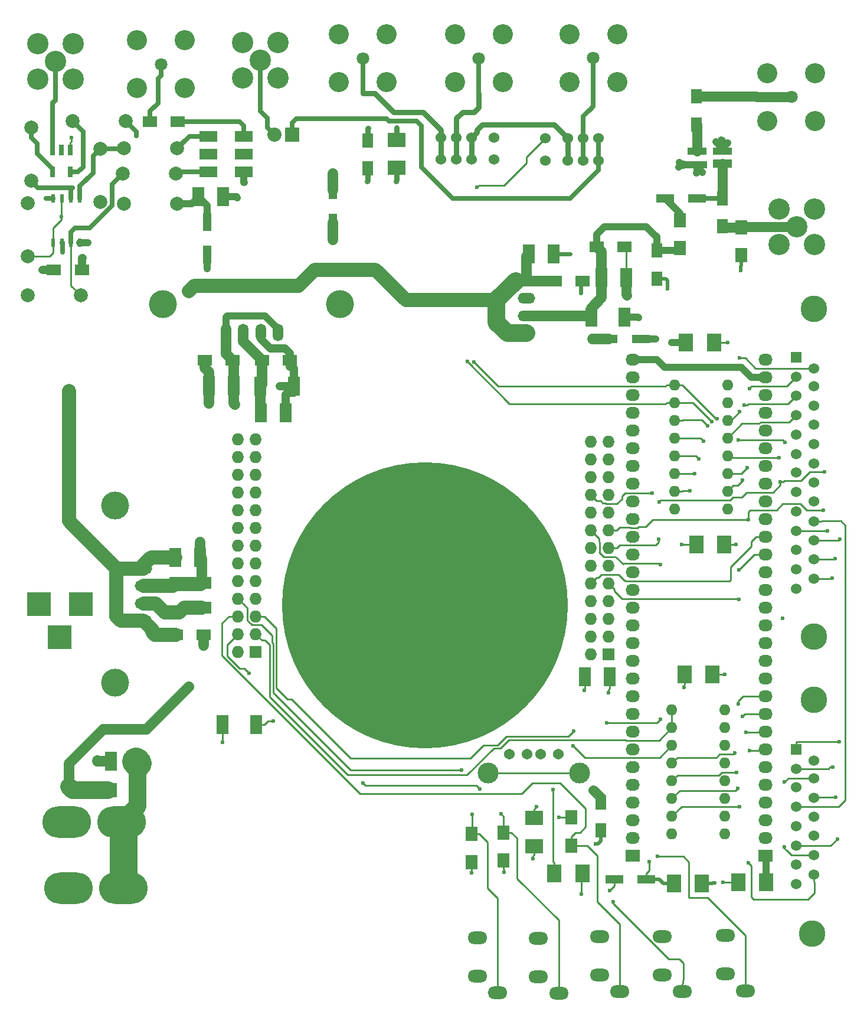
<source format=gbr>
G04 #@! TF.FileFunction,Copper,L1,Top,Signal*
%FSLAX46Y46*%
G04 Gerber Fmt 4.6, Leading zero omitted, Abs format (unit mm)*
G04 Created by KiCad (PCBNEW 4.0.1-3.201512221401+6198~38~ubuntu15.10.1-stable) date Mon 22 Aug 2016 05:07:10 AM PDT*
%MOMM*%
G01*
G04 APERTURE LIST*
%ADD10C,0.100000*%
%ADD11C,1.998980*%
%ADD12R,1.198880X2.598420*%
%ADD13R,1.198880X2.600960*%
%ADD14R,1.727200X1.727200*%
%ADD15O,1.727200X1.727200*%
%ADD16R,1.778000X2.794000*%
%ADD17O,2.499360X1.501140*%
%ADD18R,1.800860X2.700020*%
%ADD19R,2.000000X1.600000*%
%ADD20R,1.700000X2.000000*%
%ADD21R,1.600000X2.000000*%
%ADD22C,1.524000*%
%ADD23R,2.000000X2.500000*%
%ADD24R,2.598420X1.198880*%
%ADD25R,2.600960X1.198880*%
%ADD26C,1.800000*%
%ADD27C,2.880000*%
%ADD28R,2.799080X1.198880*%
%ADD29R,2.799080X1.000760*%
%ADD30C,3.048000*%
%ADD31R,2.500000X2.000000*%
%ADD32R,2.032000X2.032000*%
%ADD33O,2.032000X2.032000*%
%ADD34R,2.540000X1.650000*%
%ADD35C,4.000000*%
%ADD36O,7.000000X4.500000*%
%ADD37O,1.501140X2.499360*%
%ADD38C,41.000000*%
%ADD39C,1.540000*%
%ADD40C,3.000000*%
%ADD41O,1.600000X1.600000*%
%ADD42R,2.794000X1.778000*%
%ADD43R,2.032000X1.727200*%
%ADD44O,2.032000X1.727200*%
%ADD45C,3.810000*%
%ADD46R,1.524000X1.524000*%
%ADD47O,2.800000X1.800000*%
%ADD48R,3.500120X3.500120*%
%ADD49R,2.651760X2.029460*%
%ADD50R,0.760000X1.650000*%
%ADD51R,0.508000X1.143000*%
%ADD52C,0.600000*%
%ADD53C,0.500000*%
%ADD54C,1.420000*%
%ADD55C,0.250000*%
%ADD56C,1.200000*%
%ADD57C,1.500000*%
%ADD58C,0.700000*%
%ADD59C,1.000000*%
%ADD60C,2.000000*%
%ADD61C,0.400000*%
%ADD62C,0.600000*%
%ADD63C,0.780000*%
%ADD64C,2.500000*%
%ADD65C,4.000000*%
G04 APERTURE END LIST*
D10*
D11*
X62150000Y-46265000D03*
X69770000Y-46265000D03*
D12*
X74070000Y-56872520D03*
D13*
X74070000Y-61475000D03*
D14*
X81017900Y-118459700D03*
D15*
X78477900Y-118459700D03*
X81017900Y-115919700D03*
X78477900Y-115919700D03*
X81017900Y-113379700D03*
X78477900Y-113379700D03*
X81017900Y-110839700D03*
X78477900Y-110839700D03*
X81017900Y-108299700D03*
X78477900Y-108299700D03*
X81017900Y-105759700D03*
X78477900Y-105759700D03*
X81017900Y-103219700D03*
X78477900Y-103219700D03*
X81017900Y-100679700D03*
X78477900Y-100679700D03*
X81017900Y-98139700D03*
X78477900Y-98139700D03*
X81017900Y-95599700D03*
X78477900Y-95599700D03*
X81017900Y-93059700D03*
X78477900Y-93059700D03*
X81017900Y-90519700D03*
X78477900Y-90519700D03*
X81017900Y-87979700D03*
X78477900Y-87979700D03*
D14*
X131612160Y-118838160D03*
D15*
X129072160Y-118838160D03*
X131612160Y-116298160D03*
X129072160Y-116298160D03*
X131612160Y-113758160D03*
X129072160Y-113758160D03*
X131612160Y-111218160D03*
X129072160Y-111218160D03*
X131612160Y-108678160D03*
X129072160Y-108678160D03*
X131612160Y-106138160D03*
X129072160Y-106138160D03*
X131612160Y-103598160D03*
X129072160Y-103598160D03*
X131612160Y-101058160D03*
X129072160Y-101058160D03*
X131612160Y-98518160D03*
X129072160Y-98518160D03*
X131612160Y-95978160D03*
X129072160Y-95978160D03*
X131612160Y-93438160D03*
X129072160Y-93438160D03*
X131612160Y-90898160D03*
X129072160Y-90898160D03*
X131612160Y-88358160D03*
X129072160Y-88358160D03*
D16*
X120205000Y-61400000D03*
X123761000Y-61400000D03*
D17*
X119855000Y-70275000D03*
X119855000Y-72775000D03*
X119855000Y-67775000D03*
X119855000Y-65275000D03*
D18*
X129129400Y-70450000D03*
X133930000Y-70450000D03*
D19*
X123880000Y-65300000D03*
X127880000Y-65300000D03*
D20*
X141855000Y-60590000D03*
X141855000Y-56590000D03*
D19*
X129930000Y-60400000D03*
X133930000Y-60400000D03*
D16*
X130599000Y-64775000D03*
X134155000Y-64775000D03*
D21*
X138535000Y-60930000D03*
X138535000Y-64930000D03*
D22*
X115200000Y-44705000D03*
X112000000Y-44705000D03*
X109800000Y-44705000D03*
X107600000Y-44705000D03*
X115200000Y-47905000D03*
X112000000Y-47905000D03*
X109800000Y-47905000D03*
X107600000Y-47905000D03*
D23*
X142740000Y-74115000D03*
X146740000Y-74115000D03*
D24*
X139722520Y-53455000D03*
D25*
X144325000Y-53455000D03*
D26*
X113005000Y-33385000D03*
D27*
X116435000Y-36815000D03*
X109575000Y-36815000D03*
X109575000Y-29955000D03*
X116435000Y-29955000D03*
D28*
X147925000Y-48424580D03*
D29*
X147925000Y-46705000D03*
X144323280Y-46705000D03*
D10*
G36*
X145722820Y-49105300D02*
X142923740Y-49105300D01*
X142923740Y-48104540D01*
X145722820Y-48104540D01*
X145722820Y-49105300D01*
X145722820Y-49105300D01*
G37*
D26*
X129450000Y-33330000D03*
D27*
X132880000Y-36760000D03*
X126020000Y-36760000D03*
X126020000Y-29900000D03*
X132880000Y-29900000D03*
D22*
X122550000Y-48005000D03*
X125750000Y-48005000D03*
X127950000Y-48005000D03*
X130150000Y-48005000D03*
X122550000Y-44805000D03*
X125750000Y-44805000D03*
X127950000Y-44805000D03*
X130150000Y-44805000D03*
D21*
X147925000Y-53455000D03*
X147925000Y-57455000D03*
D30*
X158626227Y-57543329D03*
X161166227Y-55003329D03*
X161166227Y-60083329D03*
X156086227Y-60083329D03*
X156086227Y-55003329D03*
D20*
X150650000Y-57580000D03*
X150650000Y-61580000D03*
D26*
X157861600Y-38929680D03*
D27*
X154431600Y-42359680D03*
X154431600Y-35499680D03*
X161291600Y-35499680D03*
X161291600Y-42359680D03*
D21*
X144275000Y-38830000D03*
X144275000Y-42830000D03*
D31*
X101250000Y-45055000D03*
X101250000Y-49055000D03*
D24*
X131635000Y-73645000D03*
D25*
X136237480Y-73645000D03*
D12*
X92060000Y-52297520D03*
D13*
X92060000Y-56900000D03*
D26*
X96375000Y-33365000D03*
D27*
X99805000Y-36795000D03*
X92945000Y-36795000D03*
X92945000Y-29935000D03*
X99805000Y-29935000D03*
D21*
X97100000Y-45155000D03*
X97100000Y-49155000D03*
D30*
X81685000Y-33625000D03*
X79145000Y-31085000D03*
X84225000Y-31085000D03*
X84225000Y-36165000D03*
X79145000Y-36165000D03*
D32*
X86245000Y-44330000D03*
D33*
X83705000Y-44330000D03*
D26*
X67410000Y-34230000D03*
D27*
X70840000Y-37660000D03*
X63980000Y-37660000D03*
X63980000Y-30800000D03*
X70840000Y-30800000D03*
D19*
X65840000Y-42455000D03*
X69840000Y-42455000D03*
D16*
X72795000Y-53235000D03*
X76351000Y-53235000D03*
D19*
X56075000Y-63680000D03*
X52075000Y-63680000D03*
D34*
X74205000Y-44560000D03*
X79285000Y-44560000D03*
X74205000Y-47100000D03*
X74205000Y-49640000D03*
X79285000Y-49640000D03*
X79285000Y-47100000D03*
D11*
X69720000Y-54210000D03*
X62100000Y-54210000D03*
X69575000Y-49895000D03*
X61955000Y-49895000D03*
D19*
X69545000Y-115990000D03*
X73545000Y-115990000D03*
D35*
X60880000Y-97450000D03*
X60880000Y-122850000D03*
D16*
X69510000Y-104915000D03*
X73066000Y-104915000D03*
D17*
X64925000Y-111520000D03*
X64925000Y-114020000D03*
X64925000Y-109020000D03*
X64925000Y-106520000D03*
D18*
X81684400Y-80400000D03*
X86485000Y-80400000D03*
D36*
X54140000Y-152325000D03*
X62040000Y-152325000D03*
D16*
X81759000Y-84150000D03*
X85315000Y-84150000D03*
X77870000Y-80300000D03*
X74314000Y-80300000D03*
D35*
X67675000Y-68590000D03*
X93075000Y-68590000D03*
D36*
X53880000Y-142835000D03*
X61780000Y-142835000D03*
D22*
X71415000Y-66755000D03*
X71415000Y-123455000D03*
D16*
X131766000Y-122065000D03*
X128210000Y-122065000D03*
D21*
X69405000Y-112780000D03*
X69405000Y-108780000D03*
D37*
X79240000Y-72705000D03*
X76740000Y-72705000D03*
X81740000Y-72705000D03*
X84240000Y-72705000D03*
D20*
X116585000Y-148345000D03*
X116585000Y-144345000D03*
X111990000Y-148585000D03*
X111990000Y-144585000D03*
D38*
X105250000Y-111805000D03*
D39*
X119900000Y-133105000D03*
X121900000Y-133105000D03*
X117400000Y-133105000D03*
X124400000Y-133105000D03*
D40*
X114330000Y-135815000D03*
X127470000Y-135815000D03*
D19*
X77670000Y-76655000D03*
X73670000Y-76655000D03*
X81925000Y-76655000D03*
X85925000Y-76655000D03*
D21*
X130490000Y-144050000D03*
X130490000Y-140050000D03*
D23*
X123865000Y-150210000D03*
X127865000Y-150210000D03*
D41*
X140700000Y-126800000D03*
X140700000Y-129340000D03*
X140700000Y-131880000D03*
X140700000Y-134420000D03*
X140700000Y-136960000D03*
X140700000Y-139500000D03*
X140700000Y-142040000D03*
X140700000Y-144580000D03*
X148320000Y-144580000D03*
X148320000Y-142040000D03*
X148320000Y-139500000D03*
X148320000Y-136960000D03*
X148320000Y-134420000D03*
X148320000Y-131880000D03*
X148320000Y-129340000D03*
X148320000Y-126800000D03*
D20*
X126270000Y-142225000D03*
X126270000Y-146225000D03*
D42*
X73265000Y-112155000D03*
X73265000Y-108599000D03*
D23*
X154230000Y-151510000D03*
X150230000Y-151510000D03*
X146520000Y-121670000D03*
X142520000Y-121670000D03*
X141010000Y-151640000D03*
X145010000Y-151640000D03*
X148220000Y-103090000D03*
X144220000Y-103090000D03*
D43*
X154100000Y-147680000D03*
D44*
X154100000Y-145140000D03*
X154100000Y-142600000D03*
X154100000Y-140060000D03*
X154100000Y-137520000D03*
X154100000Y-134980000D03*
X154100000Y-132440000D03*
X154100000Y-129900000D03*
X154100000Y-127360000D03*
X154100000Y-124820000D03*
X154100000Y-122280000D03*
X154100000Y-119740000D03*
X154100000Y-117200000D03*
X154100000Y-114660000D03*
X154100000Y-112120000D03*
X154100000Y-109580000D03*
X154100000Y-107040000D03*
X154100000Y-104500000D03*
X154100000Y-101960000D03*
X154100000Y-99420000D03*
X154100000Y-96880000D03*
X154100000Y-94340000D03*
X154100000Y-91800000D03*
X154100000Y-89260000D03*
X154100000Y-86720000D03*
X154100000Y-84180000D03*
X154100000Y-81640000D03*
X154100000Y-79100000D03*
X154100000Y-76560000D03*
D43*
X135050000Y-147680000D03*
D44*
X135050000Y-145140000D03*
X135050000Y-142600000D03*
X135050000Y-140060000D03*
X135050000Y-137520000D03*
X135050000Y-134980000D03*
X135050000Y-132440000D03*
X135050000Y-129900000D03*
X135050000Y-127360000D03*
X135050000Y-124820000D03*
X135050000Y-122280000D03*
X135050000Y-119740000D03*
X135050000Y-117200000D03*
X135050000Y-114660000D03*
X135050000Y-112120000D03*
X135050000Y-109580000D03*
X135050000Y-107040000D03*
X135050000Y-104500000D03*
X135050000Y-101960000D03*
X135050000Y-99420000D03*
X135050000Y-96880000D03*
X135050000Y-94340000D03*
X135050000Y-91800000D03*
X135050000Y-89260000D03*
X135050000Y-86720000D03*
X135050000Y-84180000D03*
X135050000Y-81640000D03*
X135050000Y-79100000D03*
X135050000Y-76560000D03*
D41*
X141095000Y-80185000D03*
X141095000Y-82725000D03*
X141095000Y-85265000D03*
X141095000Y-87805000D03*
X141095000Y-90345000D03*
X141095000Y-92885000D03*
X141095000Y-95425000D03*
X141095000Y-97965000D03*
X148715000Y-97965000D03*
X148715000Y-95425000D03*
X148715000Y-92885000D03*
X148715000Y-90345000D03*
X148715000Y-87805000D03*
X148715000Y-85265000D03*
X148715000Y-82725000D03*
X148715000Y-80185000D03*
D31*
X120955000Y-146310000D03*
X120955000Y-142310000D03*
D24*
X132442520Y-151055000D03*
D25*
X137045000Y-151055000D03*
D45*
X160835000Y-158855000D03*
X161089000Y-125327000D03*
D46*
X158549000Y-132439000D03*
D22*
X158549000Y-135233000D03*
X158549000Y-137900000D03*
X158549000Y-140694000D03*
X158549000Y-143488000D03*
X158549000Y-146282000D03*
X158549000Y-148949000D03*
X158549000Y-151743000D03*
X161089000Y-134013800D03*
X161089000Y-136553800D03*
X161089000Y-139347800D03*
X161089000Y-142091000D03*
X161089000Y-144834200D03*
X161089000Y-147628200D03*
X161089000Y-150371400D03*
D45*
X161065000Y-116250000D03*
X161065000Y-69260000D03*
D46*
X158525000Y-76245000D03*
D22*
X158525000Y-79039000D03*
X158525000Y-81706000D03*
X158525000Y-84500000D03*
X158525000Y-87294000D03*
X158525000Y-90088000D03*
X158525000Y-92755000D03*
X158525000Y-95549000D03*
X158525000Y-98343000D03*
X158525000Y-101137000D03*
X158525000Y-103804000D03*
X158525000Y-106598000D03*
X158525000Y-109392000D03*
X161065000Y-77819800D03*
X161065000Y-80359800D03*
X161065000Y-83153800D03*
X161065000Y-85897000D03*
X161065000Y-88640200D03*
X161065000Y-91434200D03*
X161065000Y-94177400D03*
X161065000Y-96920600D03*
X161065000Y-99765400D03*
X161065000Y-102457800D03*
X161065000Y-105201000D03*
X161065000Y-107995000D03*
D47*
X142235000Y-167200000D03*
X139335000Y-164800000D03*
X139335000Y-159300000D03*
X133225000Y-167175000D03*
X130325000Y-164775000D03*
X130325000Y-159275000D03*
X151245000Y-167045000D03*
X148345000Y-164645000D03*
X148345000Y-159145000D03*
X124470000Y-167420000D03*
X121570000Y-165020000D03*
X121570000Y-159520000D03*
X115720000Y-167335000D03*
X112820000Y-164935000D03*
X112820000Y-159435000D03*
D16*
X63781000Y-134105000D03*
X60225000Y-134105000D03*
D48*
X55910000Y-111645000D03*
X49910520Y-111645000D03*
X52910260Y-116344000D03*
D49*
X64030680Y-138295000D03*
X59860000Y-138295000D03*
D30*
X52250000Y-33835000D03*
X49710000Y-36375000D03*
X49710000Y-31295000D03*
X54790000Y-31295000D03*
X54790000Y-36375000D03*
D11*
X48780000Y-50940000D03*
X48780000Y-43320000D03*
X62390000Y-42375000D03*
X54770000Y-42375000D03*
X48340000Y-61780000D03*
X48340000Y-54160000D03*
X58685000Y-46345000D03*
X58685000Y-53965000D03*
X55910000Y-67360000D03*
X48290000Y-67360000D03*
D22*
X54215000Y-81045000D03*
X54215000Y-137745000D03*
D50*
X51880000Y-49685000D03*
X54420000Y-49685000D03*
X51880000Y-46510000D03*
X53150000Y-46510000D03*
X54420000Y-46510000D03*
D51*
X55780000Y-59770000D03*
X54510000Y-59770000D03*
X53240000Y-59770000D03*
X51970000Y-59770000D03*
X51970000Y-53420000D03*
X53240000Y-53420000D03*
X54510000Y-53420000D03*
X55780000Y-53420000D03*
D18*
X81075000Y-128915000D03*
X76274400Y-128915000D03*
D52*
X140085000Y-66410000D03*
X146830000Y-151575000D03*
X129405000Y-138250000D03*
X134275000Y-67325000D03*
X54570000Y-44710000D03*
X50420000Y-63680000D03*
X84490000Y-80400000D03*
X74275000Y-82815000D03*
X58280000Y-134080000D03*
X73520000Y-117580000D03*
X73066000Y-102719000D03*
X76255000Y-131460000D03*
X121330000Y-140685000D03*
X148005000Y-151530000D03*
X128170000Y-123995000D03*
X142485000Y-123595000D03*
X142120000Y-103105000D03*
X51016000Y-53420000D03*
X79350000Y-51200000D03*
X78240000Y-53235000D03*
X148685000Y-74145000D03*
X135830430Y-70450000D03*
X145050000Y-49730000D03*
X150545000Y-63815000D03*
X144200000Y-49780000D03*
X141715000Y-48975000D03*
X147000000Y-45355000D03*
X148700000Y-45455000D03*
X147815000Y-45035000D03*
X141815000Y-48315000D03*
X127680000Y-67000000D03*
X126080000Y-61375000D03*
X101250000Y-50835000D03*
X97100000Y-50935000D03*
X148295000Y-121655000D03*
X149905000Y-103105000D03*
X140695000Y-74115000D03*
X138435000Y-73645000D03*
X139080000Y-128140000D03*
X139080000Y-105960000D03*
X131350000Y-128625000D03*
X123685000Y-138180000D03*
X127740000Y-153170000D03*
X132320000Y-154290000D03*
X92060000Y-49865000D03*
X97100000Y-43375000D03*
X101250000Y-43275000D03*
X56145000Y-61975010D03*
X56905000Y-59770000D03*
X83490000Y-128380000D03*
X131600000Y-124360000D03*
X74010000Y-63565000D03*
X92045000Y-59410000D03*
X129340000Y-73645000D03*
X113140000Y-138110000D03*
X96410000Y-137290000D03*
X116180000Y-141680000D03*
X80075000Y-121550000D03*
X112060000Y-141770000D03*
X110560000Y-135400000D03*
X111345000Y-76860000D03*
X146478578Y-85461014D03*
X112760000Y-51860000D03*
X112325000Y-76920000D03*
X147190000Y-85045000D03*
X150255000Y-125920000D03*
X149760000Y-132935000D03*
X150880010Y-127665000D03*
X149980000Y-135745000D03*
X151385000Y-129955000D03*
X150155000Y-138035000D03*
X151855000Y-132630000D03*
X150390001Y-140625001D03*
X126570000Y-131940000D03*
X126605000Y-129845000D03*
X150360000Y-106670000D03*
X150310000Y-110935000D03*
X63920000Y-44440000D03*
X53290000Y-61125000D03*
X53150000Y-56055000D03*
X144594980Y-90800000D03*
X145219990Y-88220000D03*
X77985000Y-82960000D03*
X151680000Y-148715000D03*
X151680000Y-99505000D03*
X162425000Y-98175000D03*
X138665000Y-147760000D03*
X137861390Y-95691390D03*
X137445000Y-148495000D03*
X164725000Y-131325000D03*
X164790000Y-102345000D03*
X163815000Y-135020000D03*
X163010000Y-101125000D03*
X164460000Y-145285000D03*
X164110000Y-105115000D03*
X150244990Y-88071390D03*
X156960010Y-88435000D03*
X156845000Y-137145000D03*
X164180000Y-139310000D03*
X163695000Y-107910000D03*
X138780000Y-102320000D03*
X138860000Y-96945000D03*
X162610000Y-92620000D03*
X156285000Y-94110000D03*
X156592566Y-113624202D03*
X156885000Y-146450000D03*
X156088610Y-90611390D03*
X151830000Y-80685000D03*
X151495010Y-92040000D03*
X151065000Y-83075000D03*
X150870000Y-93835000D03*
X150410000Y-76335000D03*
X150425000Y-84055000D03*
X143344960Y-95370000D03*
X143969970Y-92880000D03*
X145845000Y-86070000D03*
X124505000Y-142185000D03*
X129720000Y-145965000D03*
X116640000Y-150090000D03*
X112000000Y-150165000D03*
X120765000Y-148080000D03*
X131750000Y-152660000D03*
D53*
X140085000Y-65180000D02*
X140085000Y-66410000D01*
X138535000Y-64930000D02*
X139835000Y-64930000D01*
X139835000Y-64930000D02*
X140085000Y-65180000D01*
X146575000Y-151575000D02*
X146830000Y-151575000D01*
X145010000Y-151640000D02*
X146510000Y-151640000D01*
X146510000Y-151640000D02*
X146575000Y-151575000D01*
D54*
X130490000Y-139335000D02*
X129405000Y-138250000D01*
X130490000Y-140050000D02*
X130490000Y-139335000D01*
X134155000Y-64775000D02*
X134155000Y-67205000D01*
X134155000Y-67205000D02*
X134275000Y-67325000D01*
D55*
X54570000Y-45285000D02*
X54570000Y-44710000D01*
X54420000Y-46510000D02*
X54420000Y-45435000D01*
X54420000Y-45435000D02*
X54570000Y-45285000D01*
D56*
X52075000Y-63680000D02*
X50420000Y-63680000D01*
X86485000Y-80400000D02*
X84490000Y-80400000D01*
X86485000Y-81295000D02*
X85573000Y-81295000D01*
X85573000Y-81295000D02*
X85315000Y-81553000D01*
X85315000Y-81553000D02*
X85315000Y-84150000D01*
X86485000Y-80400000D02*
X86485000Y-81295000D01*
X85925000Y-77575000D02*
X86210010Y-77575000D01*
X86210010Y-77575000D02*
X86485000Y-77849990D01*
X86485000Y-77849990D02*
X86485000Y-80400000D01*
X85925000Y-76655000D02*
X85925000Y-77575000D01*
X81740000Y-72705000D02*
X81740000Y-73590000D01*
X81740000Y-73590000D02*
X83075000Y-74925000D01*
X83075000Y-74925000D02*
X85220000Y-74925000D01*
X85220000Y-74925000D02*
X85925000Y-75630000D01*
X85925000Y-75630000D02*
X85925000Y-76655000D01*
D57*
X74314000Y-80300000D02*
X74314000Y-82776000D01*
X74314000Y-82776000D02*
X74275000Y-82815000D01*
X73670000Y-77720000D02*
X74314000Y-78364000D01*
X74314000Y-78364000D02*
X74314000Y-80300000D01*
X73670000Y-76655000D02*
X73670000Y-77720000D01*
X60225000Y-134105000D02*
X58305000Y-134105000D01*
X58305000Y-134105000D02*
X58280000Y-134080000D01*
X73545000Y-115990000D02*
X73545000Y-117555000D01*
X73545000Y-117555000D02*
X73520000Y-117580000D01*
X73066000Y-104915000D02*
X73066000Y-102719000D01*
X73265000Y-108599000D02*
X73265000Y-105114000D01*
X73265000Y-105114000D02*
X73066000Y-104915000D01*
D55*
X76255000Y-130534410D02*
X76255000Y-131460000D01*
X76274400Y-128915000D02*
X76274400Y-130515010D01*
X76274400Y-130515010D02*
X76255000Y-130534410D01*
X120955000Y-142310000D02*
X120955000Y-141060000D01*
X120955000Y-141060000D02*
X121330000Y-140685000D01*
X148960000Y-151530000D02*
X148005000Y-151530000D01*
X150230000Y-151510000D02*
X148980000Y-151510000D01*
X148980000Y-151510000D02*
X148960000Y-151530000D01*
X130490000Y-140050000D02*
X130490000Y-138800000D01*
X130490000Y-138800000D02*
X130395000Y-138705000D01*
X128170000Y-123752000D02*
X128170000Y-123995000D01*
X128210000Y-122065000D02*
X128210000Y-123712000D01*
X128210000Y-123712000D02*
X128170000Y-123752000D01*
X142485000Y-123205000D02*
X142485000Y-123595000D01*
X142520000Y-121670000D02*
X142520000Y-123170000D01*
X142520000Y-123170000D02*
X142485000Y-123205000D01*
X142955000Y-103105000D02*
X142120000Y-103105000D01*
X144220000Y-103090000D02*
X142970000Y-103090000D01*
X142970000Y-103090000D02*
X142955000Y-103105000D01*
D58*
X50956000Y-53480000D02*
X51016000Y-53420000D01*
X51970000Y-53420000D02*
X51016000Y-53420000D01*
D59*
X79285000Y-49640000D02*
X79285000Y-51135000D01*
X79285000Y-51135000D02*
X79350000Y-51200000D01*
X78355000Y-53350000D02*
X78240000Y-53235000D01*
X76351000Y-53235000D02*
X78240000Y-53235000D01*
D55*
X148020000Y-74145000D02*
X148685000Y-74145000D01*
X146740000Y-74115000D02*
X147990000Y-74115000D01*
X147990000Y-74115000D02*
X148020000Y-74145000D01*
D60*
X69405000Y-108780000D02*
X73084000Y-108780000D01*
X73084000Y-108780000D02*
X73265000Y-108599000D01*
X64925000Y-109020000D02*
X69165000Y-109020000D01*
X69165000Y-109020000D02*
X69405000Y-108780000D01*
D59*
X135905000Y-70524570D02*
X135830430Y-70450000D01*
X133930000Y-70450000D02*
X135830430Y-70450000D01*
D53*
X144323280Y-48604920D02*
X142823740Y-48604920D01*
D59*
X144323280Y-48604920D02*
X142085080Y-48604920D01*
D53*
X142823740Y-48604920D02*
X142453660Y-48975000D01*
D59*
X144323280Y-48604920D02*
X142104920Y-48604920D01*
D53*
X142823740Y-48604920D02*
X142533820Y-48315000D01*
X150650000Y-63080000D02*
X150545000Y-63185000D01*
D61*
X148274620Y-45455000D02*
X148700000Y-45455000D01*
D59*
X147925000Y-45145000D02*
X147815000Y-45035000D01*
X142104920Y-48604920D02*
X141815000Y-48315000D01*
X142085080Y-48604920D02*
X141715000Y-48975000D01*
D53*
X142453660Y-48975000D02*
X141715000Y-48975000D01*
X142533820Y-48315000D02*
X141815000Y-48315000D01*
D59*
X147925000Y-46280000D02*
X147000000Y-45355000D01*
X147925000Y-46705000D02*
X147925000Y-45145000D01*
D61*
X147925000Y-46705000D02*
X147925000Y-45804620D01*
D59*
X147925000Y-46705000D02*
X147925000Y-46280000D01*
X147925000Y-46705000D02*
X147925000Y-46230000D01*
D61*
X147475380Y-45355000D02*
X147000000Y-45355000D01*
D59*
X147925000Y-46230000D02*
X148700000Y-45455000D01*
D61*
X147925000Y-45804620D02*
X147475380Y-45355000D01*
X147925000Y-45804620D02*
X148274620Y-45455000D01*
D59*
X144323280Y-48604920D02*
X144323280Y-49656720D01*
X144323280Y-49656720D02*
X144200000Y-49780000D01*
X144323280Y-49003280D02*
X145050000Y-49730000D01*
X144323280Y-48604920D02*
X144323280Y-49003280D01*
D53*
X150545000Y-63185000D02*
X150545000Y-63815000D01*
X150650000Y-61580000D02*
X150650000Y-63080000D01*
D62*
X125275000Y-61375000D02*
X126080000Y-61375000D01*
X125250000Y-61400000D02*
X125275000Y-61375000D01*
X123761000Y-61400000D02*
X125250000Y-61400000D01*
X127680000Y-65500000D02*
X127880000Y-65300000D01*
D55*
X134155000Y-64775000D02*
X134155000Y-60625000D01*
X134155000Y-60625000D02*
X133930000Y-60400000D01*
D62*
X127680000Y-67000000D02*
X127680000Y-65500000D01*
D63*
X97015000Y-51020000D02*
X97100000Y-50935000D01*
X97100000Y-49155000D02*
X97100000Y-50935000D01*
X101115000Y-50970000D02*
X101250000Y-50835000D01*
X101250000Y-49055000D02*
X101250000Y-50835000D01*
D55*
X147785000Y-121655000D02*
X148295000Y-121655000D01*
X146520000Y-121670000D02*
X147770000Y-121670000D01*
X147770000Y-121670000D02*
X147785000Y-121655000D01*
X148220000Y-103090000D02*
X149890000Y-103090000D01*
X149890000Y-103090000D02*
X149905000Y-103105000D01*
D59*
X142740000Y-74115000D02*
X140695000Y-74115000D01*
X136237480Y-73645000D02*
X138435000Y-73645000D01*
D55*
X131350000Y-128625000D02*
X137385000Y-128625000D01*
X137385000Y-128625000D02*
X138595000Y-128625000D01*
X138595000Y-128625000D02*
X139080000Y-128140000D01*
X138860000Y-105795000D02*
X139025000Y-105960000D01*
X139025000Y-105960000D02*
X139080000Y-105960000D01*
X136875000Y-105795000D02*
X137105000Y-105795000D01*
X133710000Y-105795000D02*
X136875000Y-105795000D01*
X136875000Y-105795000D02*
X138860000Y-105795000D01*
X129072160Y-101058160D02*
X130260761Y-102246761D01*
X130260761Y-102246761D02*
X130260761Y-102635761D01*
X130380000Y-102755000D02*
X130380000Y-104049450D01*
X132743610Y-104903610D02*
X133710000Y-105870000D01*
X130260761Y-102635761D02*
X130380000Y-102755000D01*
X130380000Y-104049450D02*
X130260761Y-104168689D01*
X130260761Y-104168689D02*
X130977072Y-104885000D01*
X130977072Y-104885000D02*
X132670000Y-104885000D01*
X123685000Y-148530000D02*
X123685000Y-138180000D01*
X123865000Y-150210000D02*
X123865000Y-148710000D01*
X123865000Y-148710000D02*
X123685000Y-148530000D01*
X127740000Y-153170000D02*
X127740000Y-150335000D01*
X127740000Y-150335000D02*
X127865000Y-150210000D01*
X132320000Y-154517425D02*
X132320000Y-154290000D01*
X141755000Y-162470000D02*
X140272575Y-162470000D01*
X140272575Y-162470000D02*
X132320000Y-154517425D01*
X142400000Y-163115000D02*
X141755000Y-162470000D01*
X142400000Y-165492575D02*
X142400000Y-163115000D01*
X142330000Y-165955000D02*
X142330000Y-165562575D01*
X142330000Y-165562575D02*
X142400000Y-165492575D01*
X142235000Y-167200000D02*
X142235000Y-166050000D01*
X142235000Y-166050000D02*
X142330000Y-165955000D01*
D57*
X92060000Y-52297520D02*
X92060000Y-49865000D01*
D63*
X97100000Y-45155000D02*
X97100000Y-43375000D01*
X97135000Y-43340000D02*
X97100000Y-43375000D01*
X101255000Y-43270000D02*
X101250000Y-43275000D01*
X101250000Y-45055000D02*
X101250000Y-43275000D01*
D54*
X152760660Y-38830000D02*
X152860340Y-38929680D01*
X152860340Y-38929680D02*
X157861600Y-38929680D01*
X144275000Y-38830000D02*
X152760660Y-38830000D01*
X144323280Y-42878280D02*
X144275000Y-42830000D01*
X144323280Y-46705000D02*
X144323280Y-42878280D01*
D59*
X138535000Y-60930000D02*
X141515000Y-60930000D01*
X141515000Y-60930000D02*
X141855000Y-60590000D01*
X138310000Y-58760000D02*
X138365000Y-58760000D01*
X138365000Y-58760000D02*
X138535000Y-58930000D01*
X138535000Y-58930000D02*
X138535000Y-60930000D01*
X137050000Y-57500000D02*
X138310000Y-58760000D01*
X131030000Y-57500000D02*
X137050000Y-57500000D01*
X129930000Y-60400000D02*
X129930000Y-58600000D01*
X129930000Y-58600000D02*
X131030000Y-57500000D01*
D57*
X130599000Y-64775000D02*
X130599000Y-61069000D01*
X130599000Y-61069000D02*
X129930000Y-60400000D01*
X130599000Y-67706000D02*
X130599000Y-64775000D01*
X129129400Y-69175600D02*
X130599000Y-67706000D01*
X129129400Y-70450000D02*
X129129400Y-69175600D01*
X128954400Y-70275000D02*
X129129400Y-70450000D01*
X119855000Y-70275000D02*
X128954400Y-70275000D01*
D54*
X147925000Y-53455000D02*
X147925000Y-48424580D01*
D58*
X147925000Y-53455000D02*
X144325000Y-53455000D01*
D54*
X150686671Y-57543329D02*
X150650000Y-57580000D01*
X148050000Y-57580000D02*
X147925000Y-57455000D01*
X150650000Y-57580000D02*
X148050000Y-57580000D01*
D63*
X150525000Y-57455000D02*
X150650000Y-57580000D01*
D54*
X158626227Y-57543329D02*
X150686671Y-57543329D01*
D58*
X158589556Y-57580000D02*
X158626227Y-57543329D01*
D56*
X56075000Y-63680000D02*
X56075000Y-62045010D01*
X56075000Y-62045010D02*
X56145000Y-61975010D01*
D59*
X74070000Y-56872520D02*
X74070000Y-54510000D01*
X74070000Y-54510000D02*
X72795000Y-53235000D01*
X69720000Y-54210000D02*
X71820000Y-54210000D01*
X71820000Y-54210000D02*
X72795000Y-53235000D01*
X55780000Y-59770000D02*
X56905000Y-59770000D01*
D58*
X66995000Y-36285000D02*
X67410000Y-35870000D01*
X67410000Y-35870000D02*
X67410000Y-34230000D01*
X66995000Y-39800000D02*
X66995000Y-36285000D01*
X65840000Y-42455000D02*
X65840000Y-40955000D01*
X65840000Y-40955000D02*
X66995000Y-39800000D01*
X79285000Y-44560000D02*
X79285000Y-43035000D01*
X79285000Y-43035000D02*
X78705000Y-42455000D01*
X78705000Y-42455000D02*
X71540000Y-42455000D01*
X71540000Y-42455000D02*
X69840000Y-42455000D01*
D60*
X70105000Y-112780000D02*
X70730000Y-112155000D01*
X70730000Y-112155000D02*
X73265000Y-112155000D01*
X69405000Y-112780000D02*
X70105000Y-112780000D01*
X66675000Y-111520000D02*
X67935000Y-112780000D01*
X67935000Y-112780000D02*
X69405000Y-112780000D01*
X64925000Y-111520000D02*
X66675000Y-111520000D01*
D55*
X82760430Y-128380000D02*
X83490000Y-128380000D01*
X81075000Y-128915000D02*
X82225430Y-128915000D01*
X82225430Y-128915000D02*
X82760430Y-128380000D01*
X131600000Y-123878000D02*
X131600000Y-124360000D01*
X131766000Y-122065000D02*
X131766000Y-123712000D01*
X131766000Y-123712000D02*
X131600000Y-123878000D01*
D57*
X81684400Y-80400000D02*
X81684400Y-84075400D01*
X81684400Y-84075400D02*
X81759000Y-84150000D01*
X81925000Y-76655000D02*
X81925000Y-80159400D01*
X81925000Y-80159400D02*
X81684400Y-80400000D01*
X79240000Y-72705000D02*
X79240000Y-73970000D01*
X79240000Y-73970000D02*
X81925000Y-76655000D01*
D59*
X74070000Y-61475000D02*
X74070000Y-63505000D01*
X74070000Y-63505000D02*
X74010000Y-63565000D01*
D57*
X92060000Y-56900000D02*
X92060000Y-59395000D01*
X92060000Y-59395000D02*
X92045000Y-59410000D01*
X131635000Y-73645000D02*
X129340000Y-73645000D01*
D58*
X82689001Y-41959001D02*
X81685000Y-40955000D01*
X81685000Y-40955000D02*
X81685000Y-33625000D01*
X83705000Y-44330000D02*
X82689001Y-43314001D01*
X82689001Y-43314001D02*
X82689001Y-41959001D01*
D55*
X82945000Y-43570000D02*
X83705000Y-44330000D01*
D58*
X52250000Y-39380000D02*
X51880000Y-39750000D01*
X51880000Y-39750000D02*
X51880000Y-46510000D01*
X52250000Y-33835000D02*
X52250000Y-39380000D01*
D55*
X76195000Y-114365000D02*
X77180300Y-113379700D01*
X77180300Y-113379700D02*
X78477900Y-113379700D01*
X76195000Y-119015000D02*
X76195000Y-114365000D01*
X95955000Y-138775000D02*
X76195000Y-119015000D01*
X119215000Y-138775000D02*
X95955000Y-138775000D01*
X120700000Y-137290000D02*
X119215000Y-138775000D01*
X124695000Y-137290000D02*
X120700000Y-137290000D01*
X128350000Y-140945000D02*
X124695000Y-137290000D01*
X128350000Y-143535000D02*
X128350000Y-140945000D01*
X127515000Y-144370000D02*
X128350000Y-143535000D01*
X126875000Y-144370000D02*
X127515000Y-144370000D01*
X126270000Y-146225000D02*
X126270000Y-144975000D01*
X126270000Y-144975000D02*
X126875000Y-144370000D01*
X130050000Y-154330000D02*
X133225000Y-157505000D01*
X133225000Y-157505000D02*
X133225000Y-167175000D01*
X130050000Y-147710000D02*
X130050000Y-154330000D01*
X128565000Y-146225000D02*
X130050000Y-147710000D01*
X126270000Y-146225000D02*
X128565000Y-146225000D01*
X112670001Y-137640001D02*
X113140000Y-138110000D01*
X96410000Y-137290000D02*
X96760001Y-137640001D01*
X96760001Y-137640001D02*
X112670001Y-137640001D01*
X116180000Y-141680000D02*
X116585000Y-142085000D01*
X116585000Y-142085000D02*
X116585000Y-144345000D01*
X79350000Y-120825000D02*
X80075000Y-121550000D01*
X76950000Y-119035000D02*
X78740000Y-120825000D01*
X78740000Y-120825000D02*
X79350000Y-120825000D01*
X76950000Y-117447600D02*
X76950000Y-119035000D01*
X78477900Y-115919700D02*
X76950000Y-117447600D01*
X118510000Y-150995000D02*
X124470000Y-156955000D01*
X124470000Y-156955000D02*
X124470000Y-167420000D01*
X118510000Y-145170000D02*
X118510000Y-150995000D01*
X116585000Y-144345000D02*
X117685000Y-144345000D01*
X117685000Y-144345000D02*
X118510000Y-145170000D01*
X112060000Y-141770000D02*
X112060000Y-144515000D01*
X112060000Y-144515000D02*
X111990000Y-144585000D01*
X94580000Y-135400000D02*
X110560000Y-135400000D01*
X83535000Y-124355000D02*
X94580000Y-135400000D01*
X83535000Y-117323590D02*
X83535000Y-124355000D01*
X83355000Y-116121602D02*
X83355000Y-117143590D01*
X83355000Y-117143590D02*
X83535000Y-117323590D01*
X81801699Y-114568301D02*
X83355000Y-116121602D01*
X80294070Y-114415000D02*
X80447371Y-114568301D01*
X80447371Y-114568301D02*
X81801699Y-114568301D01*
X79829299Y-113855701D02*
X79829299Y-113950229D01*
X79829299Y-113950229D02*
X80294070Y-114415000D01*
X79358299Y-111703299D02*
X79829299Y-112174299D01*
X79829299Y-112174299D02*
X79829299Y-113855701D01*
X78477900Y-110839700D02*
X79341499Y-111703299D01*
X79341499Y-111703299D02*
X79358299Y-111703299D01*
X114280000Y-152370000D02*
X115720000Y-153810000D01*
X115720000Y-153810000D02*
X115720000Y-167335000D01*
X114280000Y-145775000D02*
X114280000Y-152370000D01*
X111990000Y-144585000D02*
X113090000Y-144585000D01*
X113090000Y-144585000D02*
X114280000Y-145775000D01*
X114455000Y-167135000D02*
X114315000Y-167275000D01*
D63*
X123840000Y-42895000D02*
X125750000Y-44805000D01*
X125750000Y-48005000D02*
X125750000Y-44805000D01*
X112000000Y-44705000D02*
X112761999Y-43943001D01*
X112761999Y-43943001D02*
X112761999Y-43618001D01*
X112000000Y-47905000D02*
X112000000Y-44705000D01*
X113485000Y-42895000D02*
X123840000Y-42895000D01*
X112761999Y-43618001D02*
X113485000Y-42895000D01*
D58*
X113005000Y-38386260D02*
X113005000Y-33385000D01*
D63*
X109800000Y-47905000D02*
X109800000Y-44705000D01*
X109800000Y-41960000D02*
X109800000Y-44705000D01*
X112335940Y-41085000D02*
X110675000Y-41085000D01*
X113005000Y-38386260D02*
X113005000Y-40415940D01*
X110675000Y-41085000D02*
X109800000Y-41960000D01*
X113005000Y-40415940D02*
X112335940Y-41085000D01*
D58*
X96375000Y-38366260D02*
X96375000Y-33365000D01*
D63*
X98116260Y-38366260D02*
X96375000Y-38366260D01*
X100835000Y-41085000D02*
X98116260Y-38366260D01*
X105057630Y-41085000D02*
X100835000Y-41085000D01*
X107600000Y-43627370D02*
X105057630Y-41085000D01*
X107600000Y-47905000D02*
X107600000Y-44705000D01*
X107600000Y-44705000D02*
X107600000Y-43627370D01*
D55*
X111455000Y-76935000D02*
X111380000Y-76860000D01*
X111380000Y-76860000D02*
X111345000Y-76860000D01*
X117430000Y-82910000D02*
X111455000Y-76935000D01*
X139778630Y-82910000D02*
X117430000Y-82910000D01*
X141095000Y-82725000D02*
X139963630Y-82725000D01*
X139963630Y-82725000D02*
X139778630Y-82910000D01*
X141095000Y-82725000D02*
X143742564Y-82725000D01*
X143742564Y-82725000D02*
X146478578Y-85461014D01*
D58*
X129450000Y-38331260D02*
X129450000Y-33330000D01*
X129450000Y-40280940D02*
X128900000Y-40830940D01*
X128799060Y-40830940D02*
X127950000Y-41680000D01*
X128900000Y-40830940D02*
X128799060Y-40830940D01*
X129450000Y-38331260D02*
X129450000Y-40280940D01*
X127950000Y-41680000D02*
X127950000Y-44805000D01*
X127950000Y-44805000D02*
X127950000Y-48005000D01*
X126130000Y-53425000D02*
X130150000Y-49405000D01*
X130150000Y-49405000D02*
X130150000Y-48005000D01*
X104815000Y-48985000D02*
X109255000Y-53425000D01*
X109255000Y-53425000D02*
X126130000Y-53425000D01*
X104815000Y-43025000D02*
X104815000Y-48985000D01*
X104119992Y-42329992D02*
X104815000Y-43025000D01*
X99825000Y-42065000D02*
X100089992Y-42329992D01*
X100089992Y-42329992D02*
X104119992Y-42329992D01*
X86794000Y-42065000D02*
X99825000Y-42065000D01*
X86245000Y-44330000D02*
X86245000Y-42614000D01*
X86245000Y-42614000D02*
X86794000Y-42065000D01*
X130150000Y-48005000D02*
X130150000Y-44805000D01*
D55*
X119820000Y-48345000D02*
X119820000Y-47535000D01*
X119820000Y-47535000D02*
X122550000Y-44805000D01*
X116604999Y-51560001D02*
X119820000Y-48345000D01*
X112760000Y-51860000D02*
X113059999Y-51560001D01*
X113059999Y-51560001D02*
X116604999Y-51560001D01*
X112430000Y-76995000D02*
X112355000Y-76920000D01*
X112355000Y-76920000D02*
X112325000Y-76920000D01*
X115795000Y-80360000D02*
X112430000Y-76995000D01*
X139788630Y-80360000D02*
X115795000Y-80360000D01*
X141095000Y-80185000D02*
X139963630Y-80185000D01*
X139963630Y-80185000D02*
X139788630Y-80360000D01*
X147065000Y-85023630D02*
X147168630Y-85023630D01*
X147168630Y-85023630D02*
X147190000Y-85045000D01*
X141095000Y-80185000D02*
X142226370Y-80185000D01*
X142226370Y-80185000D02*
X147065000Y-85023630D01*
D59*
X141855000Y-56590000D02*
X141855000Y-55587480D01*
X141855000Y-55587480D02*
X139722520Y-53455000D01*
D55*
X150255000Y-125920000D02*
X150255000Y-125495736D01*
X150255000Y-125495736D02*
X150930736Y-124820000D01*
X150930736Y-124820000D02*
X152834000Y-124820000D01*
X152834000Y-124820000D02*
X154100000Y-124820000D01*
X147565000Y-133160000D02*
X149535000Y-133160000D01*
X149535000Y-133160000D02*
X149760000Y-132935000D01*
X147104999Y-133620001D02*
X147565000Y-133160000D01*
X140700000Y-134420000D02*
X141499999Y-133620001D01*
X141499999Y-133620001D02*
X147104999Y-133620001D01*
X150880010Y-127665000D02*
X151185010Y-127360000D01*
X151185010Y-127360000D02*
X154100000Y-127360000D01*
X147869998Y-135745000D02*
X149980000Y-135745000D01*
X140700000Y-136960000D02*
X141499999Y-136160001D01*
X141499999Y-136160001D02*
X147454997Y-136160001D01*
X147454997Y-136160001D02*
X147869998Y-135745000D01*
X151385000Y-129955000D02*
X154045000Y-129955000D01*
X154045000Y-129955000D02*
X154100000Y-129900000D01*
X149815001Y-138374999D02*
X150155000Y-138035000D01*
X140700000Y-139500000D02*
X141825001Y-138374999D01*
X141825001Y-138374999D02*
X149815001Y-138374999D01*
X151855000Y-132630000D02*
X153910000Y-132630000D01*
X153910000Y-132630000D02*
X154100000Y-132440000D01*
X140700000Y-142040000D02*
X142114999Y-140625001D01*
X142114999Y-140625001D02*
X150390001Y-140625001D01*
X140700000Y-129340000D02*
X140700000Y-128208630D01*
X140700000Y-128208630D02*
X140700000Y-126800000D01*
X81017900Y-115919700D02*
X81881499Y-116783299D01*
X81881499Y-116783299D02*
X82358299Y-116783299D01*
X82358299Y-116783299D02*
X83045000Y-117470000D01*
X83045000Y-117470000D02*
X83045000Y-124930000D01*
X83045000Y-124930000D02*
X94235000Y-136120000D01*
X94235000Y-136120000D02*
X111323998Y-136120000D01*
X111323998Y-136120000D02*
X115168998Y-132275000D01*
X115168998Y-132275000D02*
X116165000Y-132275000D01*
X134155000Y-131135000D02*
X138905000Y-131135000D01*
X138905000Y-131135000D02*
X140700000Y-129340000D01*
X116165000Y-132275000D02*
X117351390Y-131088610D01*
X117351390Y-131088610D02*
X134108610Y-131088610D01*
X134108610Y-131088610D02*
X134155000Y-131135000D01*
X126570000Y-131940000D02*
X128258610Y-133628610D01*
X138951390Y-133628610D02*
X140700000Y-131880000D01*
X128258610Y-133628610D02*
X138951390Y-133628610D01*
X125880000Y-130570000D02*
X126605000Y-129845000D01*
X117000000Y-130570000D02*
X125880000Y-130570000D01*
X115745010Y-131824990D02*
X117000000Y-130570000D01*
X111805000Y-133710000D02*
X113690010Y-131824990D01*
X113690010Y-131824990D02*
X115745010Y-131824990D01*
X86140000Y-125260000D02*
X94590000Y-133710000D01*
X94590000Y-133710000D02*
X111805000Y-133710000D01*
X83985010Y-123645010D02*
X85600000Y-125260000D01*
X85600000Y-125260000D02*
X86140000Y-125260000D01*
X83975000Y-115115486D02*
X83985010Y-115125496D01*
X83985010Y-115125496D02*
X83985010Y-123645010D01*
X81017900Y-113379700D02*
X82239214Y-113379700D01*
X82239214Y-113379700D02*
X83975000Y-115115486D01*
X129072160Y-108678160D02*
X129935759Y-107814561D01*
X133975000Y-108245000D02*
X134080000Y-108350000D01*
X129935759Y-107814561D02*
X130165439Y-107814561D01*
X130165439Y-107814561D02*
X130590000Y-107390000D01*
X130590000Y-107390000D02*
X133065000Y-107390000D01*
X133920000Y-108245000D02*
X133975000Y-108245000D01*
X134080000Y-108350000D02*
X148950000Y-108350000D01*
X133065000Y-107390000D02*
X133920000Y-108245000D01*
X152755000Y-101960000D02*
X154100000Y-101960000D01*
X148950000Y-108350000D02*
X149135000Y-108165000D01*
X149135000Y-108165000D02*
X149135000Y-106245000D01*
X149135000Y-106245000D02*
X152095000Y-103285000D01*
X152095000Y-103285000D02*
X152095000Y-102620000D01*
X152095000Y-102620000D02*
X152755000Y-101960000D01*
X150360000Y-106670000D02*
X152530000Y-104500000D01*
X152530000Y-104500000D02*
X154100000Y-104500000D01*
X150095000Y-110830000D02*
X150200000Y-110935000D01*
X150200000Y-110935000D02*
X150310000Y-110935000D01*
X133580000Y-110830000D02*
X150095000Y-110830000D01*
X132475759Y-109725759D02*
X133580000Y-110830000D01*
X131612160Y-108678160D02*
X132475759Y-109541759D01*
X132475759Y-109541759D02*
X132475759Y-109725759D01*
D58*
X48780000Y-50940000D02*
X49779489Y-51939489D01*
X49779489Y-51939489D02*
X54719011Y-51939489D01*
X54510000Y-53420000D02*
X54510000Y-52148500D01*
X49635000Y-45588492D02*
X49635000Y-46995000D01*
X49635000Y-46995000D02*
X51880000Y-49240000D01*
X51880000Y-49240000D02*
X51880000Y-49685000D01*
X48780000Y-43320000D02*
X48780000Y-44733492D01*
X48780000Y-44733492D02*
X49635000Y-45588492D01*
X53290000Y-61125000D02*
X53290000Y-59820000D01*
X53290000Y-59820000D02*
X53240000Y-59770000D01*
X63920000Y-44440000D02*
X63920000Y-43905000D01*
X63920000Y-43905000D02*
X62390000Y-42375000D01*
X54420000Y-49685000D02*
X55500000Y-49685000D01*
X55500000Y-49685000D02*
X56250000Y-48935000D01*
X56250000Y-43855000D02*
X54770000Y-42375000D01*
X56250000Y-48935000D02*
X56250000Y-43855000D01*
D55*
X51420000Y-61780000D02*
X51970000Y-61230000D01*
X51970000Y-61230000D02*
X51970000Y-59770000D01*
X48340000Y-61780000D02*
X51420000Y-61780000D01*
X53150000Y-56055000D02*
X53150000Y-56479264D01*
X53150000Y-56479264D02*
X51970000Y-57659264D01*
X51970000Y-57659264D02*
X51970000Y-58948500D01*
X51970000Y-58948500D02*
X51970000Y-59770000D01*
X53150000Y-56055000D02*
X53150000Y-53510000D01*
X53150000Y-53510000D02*
X53240000Y-53420000D01*
D58*
X58685000Y-46345000D02*
X62070000Y-46345000D01*
X62070000Y-46345000D02*
X62150000Y-46265000D01*
X57685511Y-49794489D02*
X55780000Y-51700000D01*
X55780000Y-51700000D02*
X55780000Y-53420000D01*
X58685000Y-46345000D02*
X57685511Y-47344489D01*
X57685511Y-47344489D02*
X57685511Y-49794489D01*
X55095000Y-57700000D02*
X54510000Y-58285000D01*
X54510000Y-58285000D02*
X54510000Y-59770000D01*
X57240000Y-57700000D02*
X55095000Y-57700000D01*
X60430000Y-54510000D02*
X57240000Y-57700000D01*
X60430000Y-51420000D02*
X60430000Y-54510000D01*
X61955000Y-49895000D02*
X60430000Y-51420000D01*
D55*
X54510000Y-59770000D02*
X54510000Y-65960000D01*
X54510000Y-65960000D02*
X55910000Y-67360000D01*
D58*
X74205000Y-44560000D02*
X71475000Y-44560000D01*
X71475000Y-44560000D02*
X69770000Y-46265000D01*
X74205000Y-49640000D02*
X69830000Y-49640000D01*
X69830000Y-49640000D02*
X69575000Y-49895000D01*
D55*
X141095000Y-90345000D02*
X144139980Y-90345000D01*
X144139980Y-90345000D02*
X144594980Y-90800000D01*
X142256370Y-87835000D02*
X144834990Y-87835000D01*
X144834990Y-87835000D02*
X145219990Y-88220000D01*
X141095000Y-87805000D02*
X142226370Y-87805000D01*
X142226370Y-87805000D02*
X142256370Y-87835000D01*
D64*
X64030680Y-138295000D02*
X64030680Y-134354680D01*
D65*
X64030680Y-134354680D02*
X63781000Y-134105000D01*
D64*
X64030680Y-138295000D02*
X64030680Y-140584320D01*
X64030680Y-140584320D02*
X61780000Y-142835000D01*
D65*
X62040000Y-152325000D02*
X62040000Y-143095000D01*
X62040000Y-143095000D02*
X61780000Y-142835000D01*
D60*
X98200000Y-63675000D02*
X102580000Y-68055000D01*
X102580000Y-68055000D02*
X115550000Y-68055000D01*
X89460000Y-63675000D02*
X98200000Y-63675000D01*
X87141999Y-65993001D02*
X89460000Y-63675000D01*
X71415000Y-66755000D02*
X72176999Y-65993001D01*
X72176999Y-65993001D02*
X87141999Y-65993001D01*
D64*
X119855000Y-72775000D02*
X117105320Y-72775000D01*
X118330000Y-65275000D02*
X115550000Y-68055000D01*
X115550000Y-68055000D02*
X115550000Y-71219680D01*
X115550000Y-71219680D02*
X117105320Y-72775000D01*
D57*
X118555000Y-65275000D02*
X119855000Y-65275000D01*
X118330000Y-65275000D02*
X118555000Y-65275000D01*
X117105320Y-72775000D02*
X116705000Y-72374680D01*
X119855000Y-65275000D02*
X119855000Y-61750000D01*
X119855000Y-61750000D02*
X120205000Y-61400000D01*
X119855000Y-65275000D02*
X123855000Y-65275000D01*
X123855000Y-65275000D02*
X123880000Y-65300000D01*
D60*
X66160000Y-115605000D02*
X66160000Y-115255000D01*
X66160000Y-115255000D02*
X64925000Y-114020000D01*
X69545000Y-115990000D02*
X66545000Y-115990000D01*
X66545000Y-115990000D02*
X66160000Y-115605000D01*
X64925000Y-105970000D02*
X65980000Y-104915000D01*
X65980000Y-104915000D02*
X69510000Y-104915000D01*
X64925000Y-106520000D02*
X64925000Y-105970000D01*
X64925000Y-114020000D02*
X61675320Y-114020000D01*
X61675320Y-114020000D02*
X61015000Y-113359680D01*
X61015000Y-113359680D02*
X61015000Y-106520000D01*
X54215000Y-81045000D02*
X54215000Y-99720000D01*
X54215000Y-99720000D02*
X61015000Y-106520000D01*
X61015000Y-106520000D02*
X64925000Y-106520000D01*
D59*
X76900320Y-70295000D02*
X82329110Y-70295000D01*
X82329110Y-70295000D02*
X84240000Y-72205890D01*
X84240000Y-72205890D02*
X84240000Y-72705000D01*
X76740000Y-72705000D02*
X76740000Y-70455320D01*
X76740000Y-70455320D02*
X76900320Y-70295000D01*
D57*
X77870000Y-80300000D02*
X77870000Y-76855000D01*
X77870000Y-76855000D02*
X77670000Y-76655000D01*
X77870000Y-80300000D02*
X77870000Y-82845000D01*
X77870000Y-82845000D02*
X77985000Y-82960000D01*
X59150000Y-129535000D02*
X65335000Y-129535000D01*
X65335000Y-129535000D02*
X71415000Y-123455000D01*
X54215000Y-134470000D02*
X59150000Y-129535000D01*
X54215000Y-137745000D02*
X54215000Y-134470000D01*
X76740000Y-72705000D02*
X76740000Y-75725000D01*
X76740000Y-75725000D02*
X77670000Y-76655000D01*
D64*
X59860000Y-138295000D02*
X54765000Y-138295000D01*
X54765000Y-138295000D02*
X54215000Y-137745000D01*
D55*
X152115000Y-153575000D02*
X152115000Y-149150000D01*
X152115000Y-149150000D02*
X151680000Y-148715000D01*
X152490000Y-153950000D02*
X152115000Y-153575000D01*
X160240000Y-153950000D02*
X152490000Y-153950000D01*
X161155000Y-153035000D02*
X160240000Y-153950000D01*
X161155000Y-151515030D02*
X161155000Y-153035000D01*
X161089000Y-150371400D02*
X161089000Y-151449030D01*
X161089000Y-151449030D02*
X161155000Y-151515030D01*
X150697220Y-99500000D02*
X150560000Y-99500000D01*
X150560000Y-99500000D02*
X137935000Y-99500000D01*
X151680000Y-99505000D02*
X150565000Y-99505000D01*
X150565000Y-99505000D02*
X150560000Y-99500000D01*
X151980000Y-98135000D02*
X151680000Y-98435000D01*
X151680000Y-98435000D02*
X151680000Y-99505000D01*
X155735000Y-98135000D02*
X151980000Y-98135000D01*
X162425000Y-98175000D02*
X160050000Y-98175000D01*
X160050000Y-98175000D02*
X159120000Y-97245000D01*
X156625000Y-97245000D02*
X155735000Y-98135000D01*
X132833474Y-101058160D02*
X131612160Y-101058160D01*
X134870000Y-100710000D02*
X134790000Y-100630000D01*
X159120000Y-97245000D02*
X156625000Y-97245000D01*
X135755000Y-100710000D02*
X134870000Y-100710000D01*
X136925000Y-100510000D02*
X135955000Y-100510000D01*
X137935000Y-99500000D02*
X136925000Y-100510000D01*
X135955000Y-100510000D02*
X135755000Y-100710000D01*
X134790000Y-100630000D02*
X133261634Y-100630000D01*
X133261634Y-100630000D02*
X132833474Y-101058160D01*
X131845320Y-100825000D02*
X131612160Y-101058160D01*
X138665000Y-147760000D02*
X142340000Y-147760000D01*
X142340000Y-147760000D02*
X143170000Y-148590000D01*
X143170000Y-148590000D02*
X143170000Y-153675000D01*
X143170000Y-153675000D02*
X145810002Y-153675000D01*
X145810002Y-153675000D02*
X151245000Y-159109998D01*
X151245000Y-159109998D02*
X151245000Y-167045000D01*
X133550000Y-96120000D02*
X133978610Y-95691390D01*
X133978610Y-95691390D02*
X137861390Y-95691390D01*
X133550000Y-96545000D02*
X133550000Y-96120000D01*
X132830000Y-97265000D02*
X133550000Y-96545000D01*
X131285000Y-97265000D02*
X132830000Y-97265000D01*
X131186761Y-97166761D02*
X131285000Y-97265000D01*
X130486759Y-96841759D02*
X130811761Y-97166761D01*
X130811761Y-97166761D02*
X131186761Y-97166761D01*
X129072160Y-95978160D02*
X129935759Y-96841759D01*
X129935759Y-96841759D02*
X130486759Y-96841759D01*
X114330000Y-135815000D02*
X116451320Y-135815000D01*
X116451320Y-135815000D02*
X127470000Y-135815000D01*
D59*
X154230000Y-151510000D02*
X154230000Y-147810000D01*
X154230000Y-147810000D02*
X154100000Y-147680000D01*
D53*
X141010000Y-151640000D02*
X139510000Y-151640000D01*
X139510000Y-151640000D02*
X138925000Y-151055000D01*
X138925000Y-151055000D02*
X137045000Y-151055000D01*
D55*
X137445000Y-149805560D02*
X137445000Y-148495000D01*
X137045000Y-151055000D02*
X137045000Y-150205560D01*
X137045000Y-150205560D02*
X137445000Y-149805560D01*
D59*
X139680000Y-77700000D02*
X150684000Y-77700000D01*
X150684000Y-77700000D02*
X152084000Y-79100000D01*
X152084000Y-79100000D02*
X154100000Y-79100000D01*
X138540000Y-76560000D02*
X139680000Y-77700000D01*
X135050000Y-76560000D02*
X138540000Y-76560000D01*
D55*
X164725000Y-131325000D02*
X158651000Y-131325000D01*
X158651000Y-131325000D02*
X158549000Y-131427000D01*
X158549000Y-131427000D02*
X158549000Y-132439000D01*
X161065000Y-102457800D02*
X164677200Y-102457800D01*
X164677200Y-102457800D02*
X164790000Y-102345000D01*
X163815000Y-135020000D02*
X163390736Y-135020000D01*
X163390736Y-135020000D02*
X163177736Y-135233000D01*
X163177736Y-135233000D02*
X159626630Y-135233000D01*
X159626630Y-135233000D02*
X158549000Y-135233000D01*
X159614630Y-101125000D02*
X163010000Y-101125000D01*
X158525000Y-101137000D02*
X159602630Y-101137000D01*
X159602630Y-101137000D02*
X159614630Y-101125000D01*
X161065000Y-99765400D02*
X162142630Y-99765400D01*
X162142630Y-99765400D02*
X162188030Y-99720000D01*
X162188030Y-99720000D02*
X164945000Y-99720000D01*
X164945000Y-99720000D02*
X165605000Y-100380000D01*
X165605000Y-100380000D02*
X165605000Y-139740000D01*
X165605000Y-139740000D02*
X164650000Y-140695000D01*
X164650000Y-140695000D02*
X164649000Y-140694000D01*
X164649000Y-140694000D02*
X158549000Y-140694000D01*
X158549000Y-146282000D02*
X163463000Y-146282000D01*
X163463000Y-146282000D02*
X164460000Y-145285000D01*
X161065000Y-105201000D02*
X164024000Y-105201000D01*
X164024000Y-105201000D02*
X164110000Y-105115000D01*
X156596400Y-88071390D02*
X150244990Y-88071390D01*
X150321390Y-88071390D02*
X150244990Y-88071390D01*
X156960010Y-88435000D02*
X156596400Y-88071390D01*
X157436200Y-136553800D02*
X156845000Y-137145000D01*
X161089000Y-136553800D02*
X157436200Y-136553800D01*
X164180000Y-139310000D02*
X161126800Y-139310000D01*
X161126800Y-139310000D02*
X161089000Y-139347800D01*
X161065000Y-107995000D02*
X163610000Y-107995000D01*
X163610000Y-107995000D02*
X163695000Y-107910000D01*
X138354264Y-103170000D02*
X133261634Y-103170000D01*
X133261634Y-103170000D02*
X132833474Y-103598160D01*
X132833474Y-103598160D02*
X131612160Y-103598160D01*
X138780000Y-102320000D02*
X138780000Y-102744264D01*
X138780000Y-102744264D02*
X138354264Y-103170000D01*
X139100000Y-96705000D02*
X138860000Y-96945000D01*
X149100002Y-96705000D02*
X139100000Y-96705000D01*
X150780000Y-96300000D02*
X149505002Y-96300000D01*
X149505002Y-96300000D02*
X149100002Y-96705000D01*
X151465000Y-95615000D02*
X150780000Y-96300000D01*
X155204264Y-95615000D02*
X151465000Y-95615000D01*
X156285000Y-94110000D02*
X156285000Y-94534264D01*
X156285000Y-94534264D02*
X155204264Y-95615000D01*
X160515000Y-92620000D02*
X162610000Y-92620000D01*
X159185000Y-93950000D02*
X160515000Y-92620000D01*
X156869264Y-93950000D02*
X159185000Y-93950000D01*
X156285000Y-94110000D02*
X156709264Y-94110000D01*
X156709264Y-94110000D02*
X156869264Y-93950000D01*
X157170000Y-146935000D02*
X156885000Y-146650000D01*
X156885000Y-146650000D02*
X156885000Y-146450000D01*
X157863200Y-147628200D02*
X157170000Y-146935000D01*
X161089000Y-147628200D02*
X157863200Y-147628200D01*
X131749000Y-103735000D02*
X131612160Y-103598160D01*
X148715000Y-90345000D02*
X148981390Y-90611390D01*
X148981390Y-90611390D02*
X156088610Y-90611390D01*
X151830000Y-80685000D02*
X152129999Y-80385001D01*
X152129999Y-80385001D02*
X157178999Y-80385001D01*
X157178999Y-80385001D02*
X157763001Y-79800999D01*
X157763001Y-79800999D02*
X158525000Y-79039000D01*
X148715000Y-92885000D02*
X150650010Y-92885000D01*
X150650010Y-92885000D02*
X151495010Y-92040000D01*
X151065000Y-83075000D02*
X151489264Y-83075000D01*
X151489264Y-83075000D02*
X151664264Y-82900000D01*
X151664264Y-82900000D02*
X157331000Y-82900000D01*
X157331000Y-82900000D02*
X158525000Y-81706000D01*
X150174999Y-94625001D02*
X150870000Y-93930000D01*
X150870000Y-93930000D02*
X150870000Y-93835000D01*
X148715000Y-95425000D02*
X149514999Y-94625001D01*
X149514999Y-94625001D02*
X150174999Y-94625001D01*
X153476652Y-85510000D02*
X157515000Y-85510000D01*
X157515000Y-85510000D02*
X158525000Y-84500000D01*
X150770000Y-85750000D02*
X153236652Y-85750000D01*
X153236652Y-85750000D02*
X153476652Y-85510000D01*
X148715000Y-87805000D02*
X150770000Y-85750000D01*
X152719800Y-77819800D02*
X151235000Y-76335000D01*
X151235000Y-76335000D02*
X150410000Y-76335000D01*
X161065000Y-77819800D02*
X152719800Y-77819800D01*
X148715000Y-85265000D02*
X149215000Y-85265000D01*
X149215000Y-85265000D02*
X150425000Y-84055000D01*
X142281370Y-95370000D02*
X143344960Y-95370000D01*
X141095000Y-95425000D02*
X142226370Y-95425000D01*
X142226370Y-95425000D02*
X142281370Y-95370000D01*
X141095000Y-92885000D02*
X143964970Y-92885000D01*
X143964970Y-92885000D02*
X143969970Y-92880000D01*
X142251370Y-85240000D02*
X145015000Y-85240000D01*
X145015000Y-85240000D02*
X145845000Y-86070000D01*
X141095000Y-85265000D02*
X142226370Y-85265000D01*
X142226370Y-85265000D02*
X142251370Y-85240000D01*
X125130000Y-142185000D02*
X124505000Y-142185000D01*
X126270000Y-142225000D02*
X125170000Y-142225000D01*
X125170000Y-142225000D02*
X125130000Y-142185000D01*
D53*
X130075000Y-145965000D02*
X129720000Y-145965000D01*
X130490000Y-144050000D02*
X130490000Y-145550000D01*
X130490000Y-145550000D02*
X130075000Y-145965000D01*
D55*
X116640000Y-149650000D02*
X116640000Y-150090000D01*
X116585000Y-148345000D02*
X116585000Y-149595000D01*
X116585000Y-149595000D02*
X116640000Y-149650000D01*
X112000000Y-149845000D02*
X112000000Y-150165000D01*
X111990000Y-148585000D02*
X111990000Y-149835000D01*
X111990000Y-149835000D02*
X112000000Y-149845000D01*
X120765000Y-147750000D02*
X120765000Y-148080000D01*
X120955000Y-146310000D02*
X120955000Y-147560000D01*
X120955000Y-147560000D02*
X120765000Y-147750000D01*
X132442520Y-151055000D02*
X132442520Y-151967480D01*
X132442520Y-151967480D02*
X131750000Y-152660000D01*
M02*

</source>
